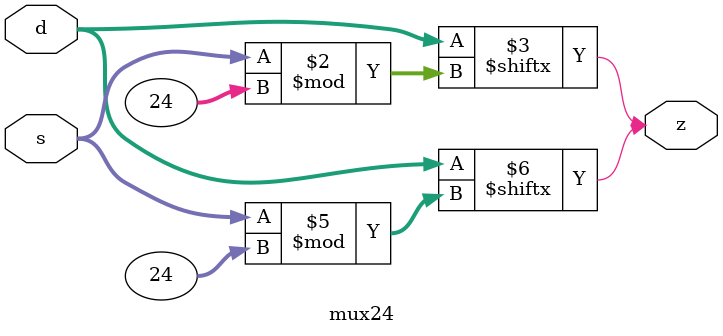
<source format=v>
/* Mux, 24 to 1 */
module mux24 (z, d, s) ;
        parameter
                dly1 = 30,
                dly2 = 20 ;
        output
                z ;
        input [23:0]
                d;
        input [2:0]
                s ;
        reg
                z ;
 
        always @(s)
                begin
                        #dly1 ;
                        z = 3'bx ;
                        #dly2 ;
			z = d [s % 24] ;
                end

        always @(d)
                begin
                        #dly2 ;
			z = d [s % 24] ;
                end

endmodule


</source>
